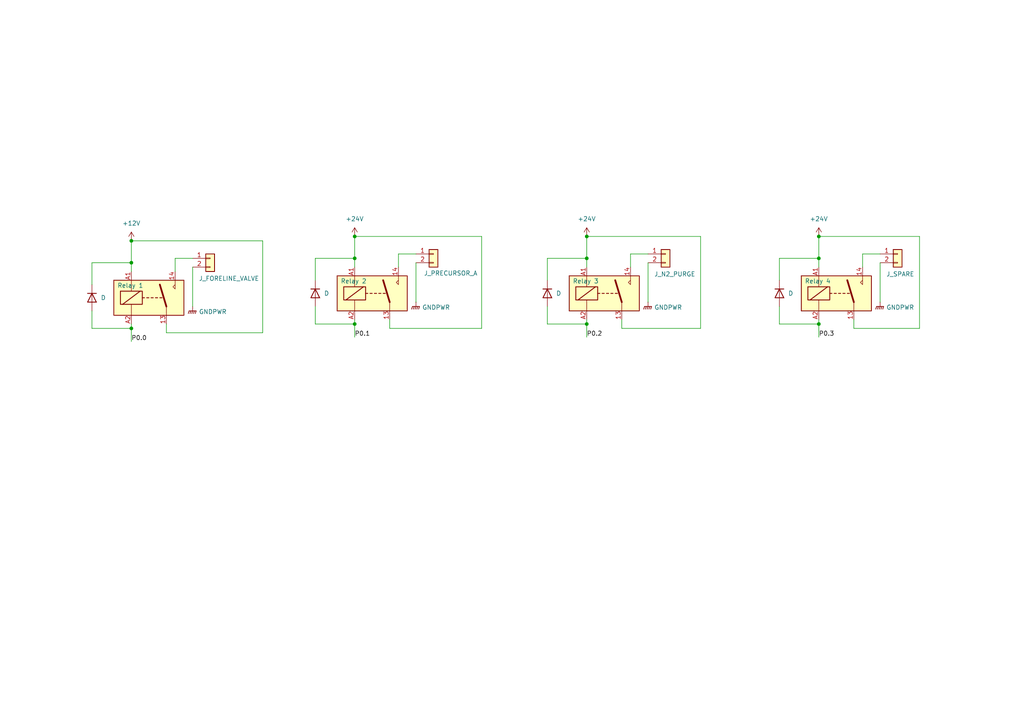
<source format=kicad_sch>
(kicad_sch (version 20250114) (generator "eeschema") (generator_version "9.0")
  (paper "A4")
  (lib_symbols
    (symbol "Connector_Generic:Conn_01x02" (pin_names (offset 1.016) (hide yes))
      (property "Reference" "J" (at 0 2.54 0))
      (property "Value" "Conn_01x02" (at 0 -5.08 0))
      (symbol "Conn_01x02_1_1"
        (rectangle (start -1.27 1.27) (end 1.27 -3.81) (stroke (width 0.254)) (fill (type background)))
        (rectangle (start -1.27 0.127) (end 0 -0.127) (stroke (width 0.1524)))
        (rectangle (start -1.27 -2.413) (end 0 -2.667) (stroke (width 0.1524)))
        (pin passive line (at -5.08 0 0) (length 3.81) (name "Pin_1") (number "1"))
        (pin passive line (at -5.08 -2.54 0) (length 3.81) (name "Pin_2") (number "2"))
      )
    )
    (symbol "Device:D" (pin_numbers (hide yes)) (pin_names (offset 1.016) (hide yes))
      (property "Reference" "D" (at 0 2.54 0))
      (property "Value" "D" (at 0 -2.54 0))
      (symbol "D_0_1"
        (polyline (pts (xy -1.27 1.27) (xy -1.27 -1.27)) (stroke (width 0.254)))
        (polyline (pts (xy 1.27 1.27) (xy 1.27 -1.27) (xy -1.27 0) (xy 1.27 1.27)) (stroke (width 0.254)))
        (polyline (pts (xy 1.27 0) (xy -1.27 0)))
      )
      (symbol "D_1_1"
        (pin passive line (at -3.81 0 0) (length 2.54) (name "K") (number "1"))
        (pin passive line (at 3.81 0 180) (length 2.54) (name "A") (number "2"))
      )
    )
    (symbol "Relay:Relay_SPST-NO"
      (property "Reference" "K" (at 11.43 3.81 0))
      (property "Value" "Relay_SPST-NO" (at 11.43 1.27 0))
      (symbol "Relay_SPST-NO_0_0"
        (polyline (pts (xy 7.62 5.08) (xy 7.62 2.54) (xy 6.985 3.175) (xy 7.62 3.81)))
      )
      (symbol "Relay_SPST-NO_0_1"
        (rectangle (start -10.16 5.08) (end 10.16 -5.08) (stroke (width 0.254)) (fill (type background)))
        (rectangle (start -8.255 1.905) (end -1.905 -1.905) (stroke (width 0.254)))
        (polyline (pts (xy -7.62 -1.905) (xy -2.54 1.905)) (stroke (width 0.254)))
        (polyline (pts (xy -5.08 5.08) (xy -5.08 1.905)))
        (polyline (pts (xy -5.08 -5.08) (xy -5.08 -1.905)))
        (polyline (pts (xy -1.905 0) (xy -1.27 0)) (stroke (width 0.254)))
        (polyline (pts (xy -0.635 0) (xy 0 0)) (stroke (width 0.254)))
        (polyline (pts (xy 0.635 0) (xy 1.27 0)) (stroke (width 0.254)))
        (polyline (pts (xy 1.905 0) (xy 2.54 0)) (stroke (width 0.254)))
        (polyline (pts (xy 3.175 0) (xy 3.81 0)) (stroke (width 0.254)))
        (polyline (pts (xy 5.08 -2.54) (xy 3.175 3.81)) (stroke (width 0.508)))
        (polyline (pts (xy 5.08 -2.54) (xy 5.08 -5.08)))
      )
      (symbol "Relay_SPST-NO_1_1"
        (pin passive line (at -5.08 7.62 270) (length 2.54) (name "~") (number "A1"))
        (pin passive line (at -5.08 -7.62 90) (length 2.54) (name "~") (number "A2"))
        (pin passive line (at 5.08 -7.62 90) (length 2.54) (name "~") (number "13"))
        (pin passive line (at 7.62 7.62 270) (length 2.54) (name "~") (number "14"))
      )
    )
    (symbol "power:+24V" (power) (pin_numbers (hide yes)) (pin_names (offset 0) (hide yes))
      (property "Value" "+24V" (at 0 3.556 0))
      (symbol "+24V_0_1"
        (polyline (pts (xy -0.762 1.27) (xy 0 2.54)))
        (polyline (pts (xy 0 2.54) (xy 0.762 1.27)))
        (polyline (pts (xy 0 0) (xy 0 2.54)))
      )
      (symbol "+24V_1_1"
        (pin power_in line (at 0 0 90) (length 0) (name "~") (number "1"))
      )
    )
    (symbol "power:GNDPWR" (power) (pin_numbers (hide yes)) (pin_names (offset 0) (hide yes))
      (property "Value" "GNDPWR" (at 0 -3.302 0))
      (symbol "GNDPWR_0_1"
        (polyline (pts (xy -1.016 -1.27) (xy -1.27 -2.032) (xy -1.27 -2.032)) (stroke (width 0.2032)))
        (polyline (pts (xy -0.508 -1.27) (xy -0.762 -2.032) (xy -0.762 -2.032)) (stroke (width 0.2032)))
        (polyline (pts (xy 0 -1.27) (xy 0 0)))
        (polyline (pts (xy 0 -1.27) (xy -0.254 -2.032) (xy -0.254 -2.032)) (stroke (width 0.2032)))
        (polyline (pts (xy 0.508 -1.27) (xy 0.254 -2.032) (xy 0.254 -2.032)) (stroke (width 0.2032)))
        (polyline (pts (xy 1.016 -1.27) (xy -1.016 -1.27) (xy -1.016 -1.27)) (stroke (width 0.2032)))
        (polyline (pts (xy 1.016 -1.27) (xy 0.762 -2.032) (xy 0.762 -2.032) (xy 0.762 -2.032)) (stroke (width 0.2032)))
      )
      (symbol "GNDPWR_1_1"
        (pin power_in line (at 0 0 270) (length 0) (name "~") (number "1"))
      )
    )
  )
  (junction (at 237.49 74.93))
  (junction (at 170.18 68.58))
  (junction (at 170.18 93.98))
  (junction (at 102.87 74.93))
  (junction (at 38.1 95.25))
  (junction (at 237.49 68.58))
  (junction (at 38.1 76.2))
  (junction (at 170.18 74.93))
  (junction (at 237.49 93.98))
  (junction (at 38.1 69.85))
  (junction (at 102.87 68.58))
  (junction (at 102.87 93.98))
  (wire (pts (xy 76.2 96.52) (xy 76.2 69.85)))
  (wire (pts (xy 102.87 68.58) (xy 102.87 74.93)))
  (wire (pts (xy 182.88 73.66) (xy 182.88 77.47)))
  (wire (pts (xy 139.7 95.25) (xy 139.7 68.58)))
  (wire (pts (xy 26.67 76.2) (xy 38.1 76.2)))
  (wire (pts (xy 113.03 92.71) (xy 113.03 95.25)))
  (wire (pts (xy 226.06 81.28) (xy 226.06 74.93)))
  (wire (pts (xy 91.44 74.93) (xy 102.87 74.93)))
  (wire (pts (xy 115.57 73.66) (xy 115.57 77.47)))
  (wire (pts (xy 38.1 93.98) (xy 38.1 95.25)))
  (wire (pts (xy 55.88 74.93) (xy 50.8 74.93)))
  (wire (pts (xy 102.87 74.93) (xy 102.87 77.47)))
  (wire (pts (xy 203.2 95.25) (xy 203.2 68.58)))
  (wire (pts (xy 26.67 95.25) (xy 38.1 95.25)))
  (wire (pts (xy 26.67 82.55) (xy 26.67 76.2)))
  (wire (pts (xy 102.87 68.58) (xy 139.7 68.58)))
  (wire (pts (xy 158.75 81.28) (xy 158.75 74.93)))
  (wire (pts (xy 91.44 81.28) (xy 91.44 74.93)))
  (wire (pts (xy 237.49 92.71) (xy 237.49 93.98)))
  (wire (pts (xy 226.06 88.9) (xy 226.06 93.98)))
  (wire (pts (xy 102.87 92.71) (xy 102.87 93.98)))
  (wire (pts (xy 158.75 93.98) (xy 170.18 93.98)))
  (wire (pts (xy 247.65 92.71) (xy 247.65 95.25)))
  (wire (pts (xy 38.1 95.25) (xy 38.1 99.06)))
  (wire (pts (xy 247.65 95.25) (xy 266.7 95.25)))
  (wire (pts (xy 26.67 90.17) (xy 26.67 95.25)))
  (wire (pts (xy 180.34 92.71) (xy 180.34 95.25)))
  (wire (pts (xy 158.75 88.9) (xy 158.75 93.98)))
  (wire (pts (xy 180.34 95.25) (xy 203.2 95.25)))
  (wire (pts (xy 102.87 93.98) (xy 102.87 97.79)))
  (wire (pts (xy 170.18 68.58) (xy 203.2 68.58)))
  (wire (pts (xy 237.49 68.58) (xy 266.7 68.58)))
  (wire (pts (xy 187.96 76.2) (xy 187.96 87.63)))
  (wire (pts (xy 255.27 73.66) (xy 250.19 73.66)))
  (wire (pts (xy 187.96 73.66) (xy 182.88 73.66)))
  (wire (pts (xy 113.03 95.25) (xy 139.7 95.25)))
  (wire (pts (xy 48.26 93.98) (xy 48.26 96.52)))
  (wire (pts (xy 237.49 93.98) (xy 237.49 97.79)))
  (wire (pts (xy 55.88 77.47) (xy 55.88 88.9)))
  (wire (pts (xy 38.1 76.2) (xy 38.1 78.74)))
  (wire (pts (xy 120.65 76.2) (xy 120.65 87.63)))
  (wire (pts (xy 38.1 69.85) (xy 76.2 69.85)))
  (wire (pts (xy 237.49 68.58) (xy 237.49 74.93)))
  (wire (pts (xy 170.18 74.93) (xy 170.18 77.47)))
  (wire (pts (xy 50.8 74.93) (xy 50.8 78.74)))
  (wire (pts (xy 91.44 88.9) (xy 91.44 93.98)))
  (wire (pts (xy 91.44 93.98) (xy 102.87 93.98)))
  (wire (pts (xy 170.18 92.71) (xy 170.18 93.98)))
  (wire (pts (xy 170.18 93.98) (xy 170.18 97.79)))
  (wire (pts (xy 250.19 73.66) (xy 250.19 77.47)))
  (wire (pts (xy 158.75 74.93) (xy 170.18 74.93)))
  (wire (pts (xy 38.1 69.85) (xy 38.1 76.2)))
  (wire (pts (xy 226.06 93.98) (xy 237.49 93.98)))
  (wire (pts (xy 237.49 74.93) (xy 237.49 77.47)))
  (wire (pts (xy 255.27 76.2) (xy 255.27 87.63)))
  (wire (pts (xy 266.7 95.25) (xy 266.7 68.58)))
  (wire (pts (xy 48.26 96.52) (xy 76.2 96.52)))
  (wire (pts (xy 226.06 74.93) (xy 237.49 74.93)))
  (wire (pts (xy 120.65 73.66) (xy 115.57 73.66)))
  (wire (pts (xy 170.18 68.58) (xy 170.18 74.93)))
  (label "P0.0" (at 38.1 99.06 0))
  (label "P0.3" (at 237.49 97.79 0))
  (label "P0.1" (at 102.87 97.79 0))
  (label "P0.2" (at 170.18 97.79 0))
  (symbol (lib_id "power:GNDPWR") (at 55.88 88.9 0) (unit 1)
    (property "Reference" "#PWR020" (effects (hide yes)))
    (property "Value" "GNDPWR" (at 61.722 90.424 0))
    (property "Description" "Power symbol creates a global label with name \"GNDPWR\" , global ground" (effects (hide yes)))
  )
  (symbol (lib_id "power:+24V") (at 38.1 69.85 0) (unit 1)
    (property "Reference" "#PWR019" (effects (hide yes)))
    (property "Value" "+12V" (at 38.1 64.77 0))
    (property "Description" "Power symbol creates a global label with name \"+24V\"" (effects (hide yes)))
  )
  (symbol (lib_id "power:GNDPWR") (at 120.65 87.63 0) (unit 1)
    (property "Reference" "#PWR018" (effects (hide yes)))
    (property "Value" "GNDPWR" (at 126.492 89.154 0))
    (property "Description" "Power symbol creates a global label with name \"GNDPWR\" , global ground" (effects (hide yes)))
  )
  (symbol (lib_id "Device:D") (at 158.75 85.09 270) (unit 1)
    (property "Reference" "D3" (effects (hide yes)))
    (property "Value" "D" (at 161.29 85.0899 90) (effects (justify left)))
    (property "Description" "Diode" (effects (hide yes)))
    (property "Sim.Device" "D" (effects (hide yes)))
    (property "Sim.Pins" "1=K 2=A" (effects (hide yes)))
  )
  (symbol (lib_id "power:+24V") (at 102.87 68.58 0) (unit 1)
    (property "Reference" "#PWR03" (effects (hide yes)))
    (property "Value" "+24V" (at 102.87 63.5 0))
    (property "Description" "Power symbol creates a global label with name \"+24V\"" (effects (hide yes)))
  )
  (symbol (lib_id "power:+24V") (at 170.18 68.58 0) (unit 1)
    (property "Reference" "#PWR021" (effects (hide yes)))
    (property "Value" "+24V" (at 170.18 63.5 0))
    (property "Description" "Power symbol creates a global label with name \"+24V\"" (effects (hide yes)))
  )
  (symbol (lib_id "power:GNDPWR") (at 255.27 87.63 0) (unit 1)
    (property "Reference" "#PWR024" (effects (hide yes)))
    (property "Value" "GNDPWR" (at 261.112 89.154 0))
    (property "Description" "Power symbol creates a global label with name \"GNDPWR\" , global ground" (effects (hide yes)))
  )
  (symbol (lib_id "Device:D") (at 226.06 85.09 270) (unit 1)
    (property "Reference" "D4" (effects (hide yes)))
    (property "Value" "D" (at 228.6 85.0899 90) (effects (justify left)))
    (property "Description" "Diode" (effects (hide yes)))
    (property "Sim.Device" "D" (effects (hide yes)))
    (property "Sim.Pins" "1=K 2=A" (effects (hide yes)))
  )
  (symbol (lib_id "Connector_Generic:Conn_01x02") (at 60.96 74.93 0) (unit 1)
    (property "Reference" "J6" (effects (hide yes)))
    (property "Value" "J_FORELINE_VALVE" (at 57.658 80.772 0) (effects (justify left)))
    (property "Description" "Generic connector, single row, 01x02, script generated (kicad-library-utils/schlib/autogen/connector/)" (effects (hide yes)))
  )
  (symbol (lib_id "Connector_Generic:Conn_01x02") (at 260.35 73.66 0) (unit 1)
    (property "Reference" "J8" (effects (hide yes)))
    (property "Value" "J_SPARE" (at 257.048 79.502 0) (effects (justify left)))
    (property "Description" "Generic connector, single row, 01x02, script generated (kicad-library-utils/schlib/autogen/connector/)" (effects (hide yes)))
  )
  (symbol (lib_id "Relay:Relay_SPST-NO") (at 175.26 85.09 0) (unit 1)
    (property "Reference" "K3" (effects (hide yes)))
    (property "Value" "Relay 3" (at 166.116 81.534 0) (effects (justify left)))
    (property "Description" "Relay SPST, normally open, EN50005" (effects (hide yes)))
  )
  (symbol (lib_id "Device:D") (at 91.44 85.09 270) (unit 1)
    (property "Reference" "D1" (effects (hide yes)))
    (property "Value" "D" (at 93.98 85.0899 90) (effects (justify left)))
    (property "Description" "Diode" (effects (hide yes)))
    (property "Sim.Device" "D" (effects (hide yes)))
    (property "Sim.Pins" "1=K 2=A" (effects (hide yes)))
  )
  (symbol (lib_id "Connector_Generic:Conn_01x02") (at 125.73 73.66 0) (unit 1)
    (property "Reference" "J3" (effects (hide yes)))
    (property "Value" "J_PRECURSOR_A" (at 122.936 79.248 0) (effects (justify left)))
    (property "Description" "Generic connector, single row, 01x02, script generated (kicad-library-utils/schlib/autogen/connector/)" (effects (hide yes)))
  )
  (symbol (lib_id "Device:D") (at 26.67 86.36 270) (unit 1)
    (property "Reference" "D2" (effects (hide yes)))
    (property "Value" "D" (at 29.21 86.3599 90) (effects (justify left)))
    (property "Description" "Diode" (effects (hide yes)))
    (property "Sim.Device" "D" (effects (hide yes)))
    (property "Sim.Pins" "1=K 2=A" (effects (hide yes)))
  )
  (symbol (lib_id "Relay:Relay_SPST-NO") (at 107.95 85.09 0) (unit 1)
    (property "Reference" "K1" (effects (hide yes)))
    (property "Value" "Relay 2" (at 98.806 81.534 0) (effects (justify left)))
    (property "Description" "Relay SPST, normally open, EN50005" (effects (hide yes)))
  )
  (symbol (lib_id "power:+24V") (at 237.49 68.58 0) (unit 1)
    (property "Reference" "#PWR023" (effects (hide yes)))
    (property "Value" "+24V" (at 237.49 63.5 0))
    (property "Description" "Power symbol creates a global label with name \"+24V\"" (effects (hide yes)))
  )
  (symbol (lib_id "Connector_Generic:Conn_01x02") (at 193.04 73.66 0) (unit 1)
    (property "Reference" "J7" (effects (hide yes)))
    (property "Value" "J_N2_PURGE" (at 189.738 79.502 0) (effects (justify left)))
    (property "Description" "Generic connector, single row, 01x02, script generated (kicad-library-utils/schlib/autogen/connector/)" (effects (hide yes)))
  )
  (symbol (lib_id "Relay:Relay_SPST-NO") (at 43.18 86.36 0) (unit 1)
    (property "Reference" "K2" (effects (hide yes)))
    (property "Value" "Relay 1" (at 34.036 82.804 0) (effects (justify left)))
    (property "Description" "Relay SPST, normally open, EN50005" (effects (hide yes)))
  )
  (symbol (lib_id "Relay:Relay_SPST-NO") (at 242.57 85.09 0) (unit 1)
    (property "Reference" "K4" (effects (hide yes)))
    (property "Value" "Relay 4" (at 233.426 81.534 0) (effects (justify left)))
    (property "Description" "Relay SPST, normally open, EN50005" (effects (hide yes)))
  )
  (symbol (lib_id "power:GNDPWR") (at 187.96 87.63 0) (unit 1)
    (property "Reference" "#PWR022" (effects (hide yes)))
    (property "Value" "GNDPWR" (at 193.802 89.154 0))
    (property "Description" "Power symbol creates a global label with name \"GNDPWR\" , global ground" (effects (hide yes)))
  )
)
</source>
